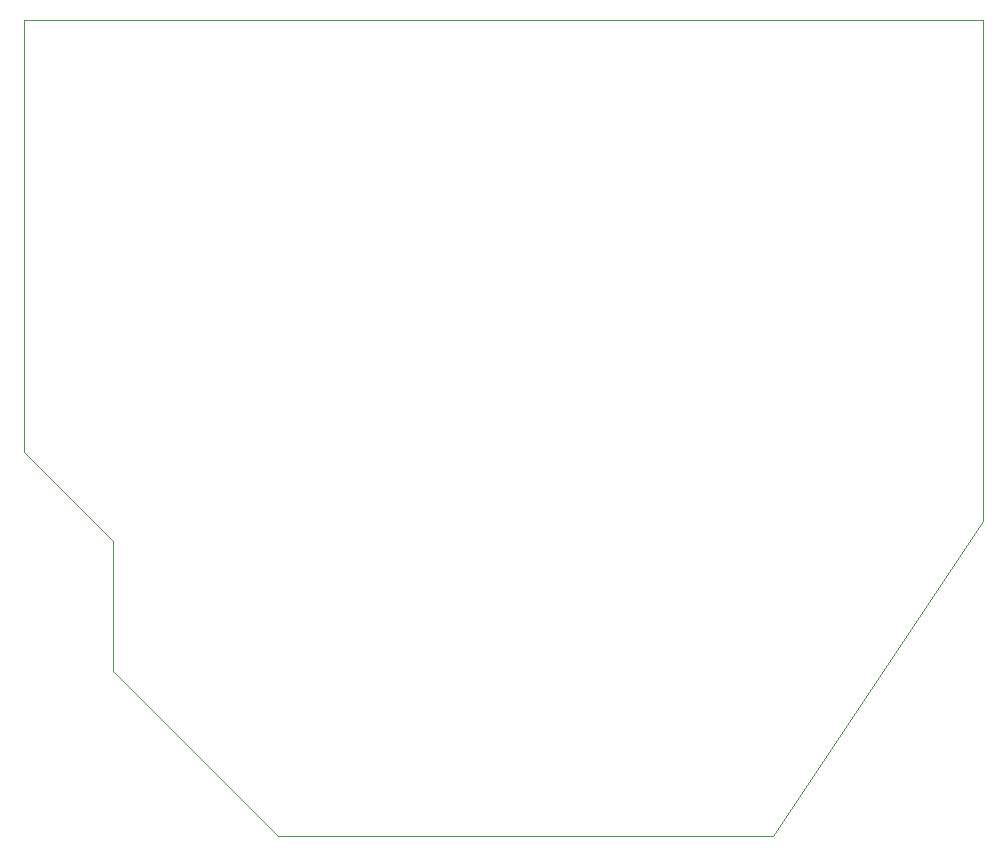
<source format=gbr>
%TF.GenerationSoftware,KiCad,Pcbnew,(5.1.8)-1*%
%TF.CreationDate,2021-02-19T10:47:01-03:00*%
%TF.ProjectId,esquema,65737175-656d-4612-9e6b-696361645f70,rev?*%
%TF.SameCoordinates,Original*%
%TF.FileFunction,Profile,NP*%
%FSLAX46Y46*%
G04 Gerber Fmt 4.6, Leading zero omitted, Abs format (unit mm)*
G04 Created by KiCad (PCBNEW (5.1.8)-1) date 2021-02-19 10:47:01*
%MOMM*%
%LPD*%
G01*
G04 APERTURE LIST*
%TA.AperFunction,Profile*%
%ADD10C,0.050000*%
%TD*%
G04 APERTURE END LIST*
D10*
X137795000Y-132080000D02*
X137160000Y-132080000D01*
X155575000Y-105410000D02*
X137795000Y-132080000D01*
X155575000Y-62992000D02*
X155575000Y-105410000D01*
X155575000Y-62992000D02*
X74422000Y-62992000D01*
X95885000Y-132080000D02*
X137160000Y-132080000D01*
X81915000Y-118110000D02*
X95885000Y-132080000D01*
X81915000Y-107061000D02*
X81915000Y-118110000D01*
X74422000Y-99568000D02*
X81915000Y-107061000D01*
X74422000Y-62992000D02*
X74422000Y-99568000D01*
M02*

</source>
